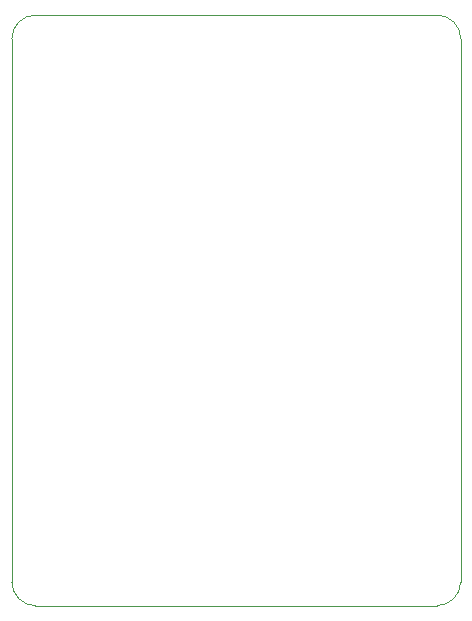
<source format=gbr>
%TF.GenerationSoftware,KiCad,Pcbnew,7.0.2*%
%TF.CreationDate,2023-07-06T19:43:42-07:00*%
%TF.ProjectId,chronos-polaris-hardware,6368726f-6e6f-4732-9d70-6f6c61726973,rev?*%
%TF.SameCoordinates,Original*%
%TF.FileFunction,Profile,NP*%
%FSLAX46Y46*%
G04 Gerber Fmt 4.6, Leading zero omitted, Abs format (unit mm)*
G04 Created by KiCad (PCBNEW 7.0.2) date 2023-07-06 19:43:42*
%MOMM*%
%LPD*%
G01*
G04 APERTURE LIST*
%TA.AperFunction,Profile*%
%ADD10C,0.100000*%
%TD*%
G04 APERTURE END LIST*
D10*
X102000000Y-100000000D02*
X136000000Y-100000000D01*
X138000000Y-102000000D02*
G75*
G03*
X136000000Y-100000000I-2000000J0D01*
G01*
X100000000Y-148000000D02*
X100000000Y-102000000D01*
X102000000Y-100000000D02*
G75*
G03*
X100000000Y-102000000I0J-2000000D01*
G01*
X100000000Y-148000000D02*
G75*
G03*
X102000000Y-150000000I2000000J0D01*
G01*
X138000000Y-102000000D02*
X138000000Y-148000000D01*
X136000000Y-150000000D02*
G75*
G03*
X138000000Y-148000000I0J2000000D01*
G01*
X136000000Y-150000000D02*
X102000000Y-150000000D01*
M02*

</source>
